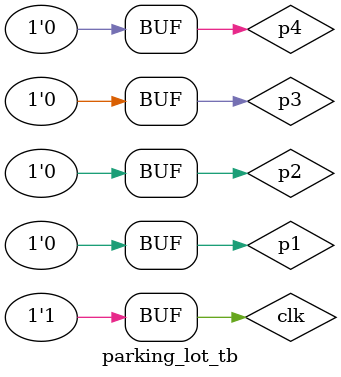
<source format=v>
module parking_lot_tb;
    wire p1 = 1'b0;
    wire p2 = 1'b0;
    wire p3 = 1'b0;
    wire p4 = 1'b0;
    wire a1;
    wire a2;
    wire a3;
    wire a4;
    wire clk = 1'b1;
    parking_lot dut (
            .a1(a1),
            .a2(a2),
            .a3(a3),
            .a4(a4),
            .p1(p1),
            .p2(p2),
            .p3(p3),
            .p4(p4)
        );
    assign p1 =  ~( p1);
    assign p2 =  ~( p2);
    assign p3 =  ~( p3);
    assign p4 =  ~( p4);
endmodule 

</source>
